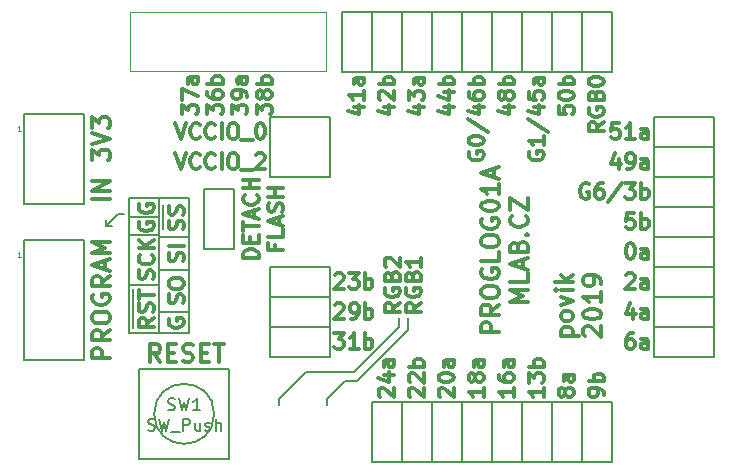
<source format=gbr>
G04 #@! TF.GenerationSoftware,KiCad,Pcbnew,(5.99.0-257-gdf3fabfa2)*
G04 #@! TF.CreationDate,2019-11-06T08:28:15+01:00*
G04 #@! TF.ProjectId,PROGLOG01A,50524f47-4c4f-4473-9031-412e6b696361,REV*
G04 #@! TF.SameCoordinates,Original*
G04 #@! TF.FileFunction,Legend,Top*
G04 #@! TF.FilePolarity,Positive*
%FSLAX46Y46*%
G04 Gerber Fmt 4.6, Leading zero omitted, Abs format (unit mm)*
G04 Created by KiCad (PCBNEW (5.99.0-257-gdf3fabfa2)) date 2019-11-06 08:28:15*
%MOMM*%
%LPD*%
G04 APERTURE LIST*
%ADD10C,0.300000*%
%ADD11C,0.200000*%
%ADD12C,0.120000*%
%ADD13C,0.150000*%
%ADD14C,0.127000*%
%ADD15C,0.050000*%
%ADD16C,0.203200*%
G04 APERTURE END LIST*
D10*
X171916595Y-111294166D02*
X171916595Y-110489404D01*
X172411833Y-110922738D01*
X172411833Y-110737023D01*
X172473738Y-110613214D01*
X172535642Y-110551309D01*
X172659452Y-110489404D01*
X172968976Y-110489404D01*
X173092785Y-110551309D01*
X173154690Y-110613214D01*
X173216595Y-110737023D01*
X173216595Y-111108452D01*
X173154690Y-111232261D01*
X173092785Y-111294166D01*
X171916595Y-110056071D02*
X171916595Y-109189404D01*
X173216595Y-109746547D01*
X173216595Y-108137023D02*
X172535642Y-108137023D01*
X172411833Y-108198928D01*
X172349928Y-108322738D01*
X172349928Y-108570357D01*
X172411833Y-108694166D01*
X173154690Y-108137023D02*
X173216595Y-108260833D01*
X173216595Y-108570357D01*
X173154690Y-108694166D01*
X173030880Y-108756071D01*
X172907071Y-108756071D01*
X172783261Y-108694166D01*
X172721357Y-108570357D01*
X172721357Y-108260833D01*
X172659452Y-108137023D01*
X174009595Y-111294166D02*
X174009595Y-110489404D01*
X174504833Y-110922738D01*
X174504833Y-110737023D01*
X174566738Y-110613214D01*
X174628642Y-110551309D01*
X174752452Y-110489404D01*
X175061976Y-110489404D01*
X175185785Y-110551309D01*
X175247690Y-110613214D01*
X175309595Y-110737023D01*
X175309595Y-111108452D01*
X175247690Y-111232261D01*
X175185785Y-111294166D01*
X174009595Y-109375119D02*
X174009595Y-109622738D01*
X174071500Y-109746547D01*
X174133404Y-109808452D01*
X174319119Y-109932261D01*
X174566738Y-109994166D01*
X175061976Y-109994166D01*
X175185785Y-109932261D01*
X175247690Y-109870357D01*
X175309595Y-109746547D01*
X175309595Y-109498928D01*
X175247690Y-109375119D01*
X175185785Y-109313214D01*
X175061976Y-109251309D01*
X174752452Y-109251309D01*
X174628642Y-109313214D01*
X174566738Y-109375119D01*
X174504833Y-109498928D01*
X174504833Y-109746547D01*
X174566738Y-109870357D01*
X174628642Y-109932261D01*
X174752452Y-109994166D01*
X175309595Y-108694166D02*
X174009595Y-108694166D01*
X174504833Y-108694166D02*
X174442928Y-108570357D01*
X174442928Y-108322738D01*
X174504833Y-108198928D01*
X174566738Y-108137023D01*
X174690547Y-108075119D01*
X175061976Y-108075119D01*
X175185785Y-108137023D01*
X175247690Y-108198928D01*
X175309595Y-108322738D01*
X175309595Y-108570357D01*
X175247690Y-108694166D01*
X176102595Y-111294166D02*
X176102595Y-110489404D01*
X176597833Y-110922738D01*
X176597833Y-110737023D01*
X176659738Y-110613214D01*
X176721642Y-110551309D01*
X176845452Y-110489404D01*
X177154976Y-110489404D01*
X177278785Y-110551309D01*
X177340690Y-110613214D01*
X177402595Y-110737023D01*
X177402595Y-111108452D01*
X177340690Y-111232261D01*
X177278785Y-111294166D01*
X177402595Y-109870357D02*
X177402595Y-109622738D01*
X177340690Y-109498928D01*
X177278785Y-109437023D01*
X177093071Y-109313214D01*
X176845452Y-109251309D01*
X176350214Y-109251309D01*
X176226404Y-109313214D01*
X176164500Y-109375119D01*
X176102595Y-109498928D01*
X176102595Y-109746547D01*
X176164500Y-109870357D01*
X176226404Y-109932261D01*
X176350214Y-109994166D01*
X176659738Y-109994166D01*
X176783547Y-109932261D01*
X176845452Y-109870357D01*
X176907357Y-109746547D01*
X176907357Y-109498928D01*
X176845452Y-109375119D01*
X176783547Y-109313214D01*
X176659738Y-109251309D01*
X177402595Y-108137023D02*
X176721642Y-108137023D01*
X176597833Y-108198928D01*
X176535928Y-108322738D01*
X176535928Y-108570357D01*
X176597833Y-108694166D01*
X177340690Y-108137023D02*
X177402595Y-108260833D01*
X177402595Y-108570357D01*
X177340690Y-108694166D01*
X177216880Y-108756071D01*
X177093071Y-108756071D01*
X176969261Y-108694166D01*
X176907357Y-108570357D01*
X176907357Y-108260833D01*
X176845452Y-108137023D01*
X178195595Y-111294166D02*
X178195595Y-110489404D01*
X178690833Y-110922738D01*
X178690833Y-110737023D01*
X178752738Y-110613214D01*
X178814642Y-110551309D01*
X178938452Y-110489404D01*
X179247976Y-110489404D01*
X179371785Y-110551309D01*
X179433690Y-110613214D01*
X179495595Y-110737023D01*
X179495595Y-111108452D01*
X179433690Y-111232261D01*
X179371785Y-111294166D01*
X178752738Y-109746547D02*
X178690833Y-109870357D01*
X178628928Y-109932261D01*
X178505119Y-109994166D01*
X178443214Y-109994166D01*
X178319404Y-109932261D01*
X178257500Y-109870357D01*
X178195595Y-109746547D01*
X178195595Y-109498928D01*
X178257500Y-109375119D01*
X178319404Y-109313214D01*
X178443214Y-109251309D01*
X178505119Y-109251309D01*
X178628928Y-109313214D01*
X178690833Y-109375119D01*
X178752738Y-109498928D01*
X178752738Y-109746547D01*
X178814642Y-109870357D01*
X178876547Y-109932261D01*
X179000357Y-109994166D01*
X179247976Y-109994166D01*
X179371785Y-109932261D01*
X179433690Y-109870357D01*
X179495595Y-109746547D01*
X179495595Y-109498928D01*
X179433690Y-109375119D01*
X179371785Y-109313214D01*
X179247976Y-109251309D01*
X179000357Y-109251309D01*
X178876547Y-109313214D01*
X178814642Y-109375119D01*
X178752738Y-109498928D01*
X179495595Y-108694166D02*
X178195595Y-108694166D01*
X178690833Y-108694166D02*
X178628928Y-108570357D01*
X178628928Y-108322738D01*
X178690833Y-108198928D01*
X178752738Y-108137023D01*
X178876547Y-108075119D01*
X179247976Y-108075119D01*
X179371785Y-108137023D01*
X179433690Y-108198928D01*
X179495595Y-108322738D01*
X179495595Y-108570357D01*
X179433690Y-108694166D01*
D11*
X166497000Y-119761000D02*
X167005000Y-119761000D01*
X165481000Y-120396000D02*
X165481000Y-120269000D01*
X165481000Y-120777000D02*
X165481000Y-120396000D01*
X165989000Y-120777000D02*
X165481000Y-120777000D01*
X165481000Y-120777000D02*
X165989000Y-120777000D01*
X166497000Y-119761000D02*
X165481000Y-120777000D01*
X172466000Y-118364000D02*
X169926000Y-118364000D01*
X172466000Y-129794000D02*
X172466000Y-118364000D01*
X167386000Y-118364000D02*
X167386000Y-129794000D01*
X169926000Y-118364000D02*
X167386000Y-118364000D01*
X169926000Y-129794000D02*
X169926000Y-118364000D01*
X169926000Y-120015000D02*
X167386000Y-120015000D01*
X169926000Y-121539000D02*
X167386000Y-121539000D01*
X169926000Y-125730000D02*
X167386000Y-125730000D01*
X172466000Y-121666000D02*
X169926000Y-121666000D01*
X172466000Y-124460000D02*
X169926000Y-124460000D01*
X172466000Y-128016000D02*
X169926000Y-128016000D01*
D10*
X165778571Y-131928571D02*
X164278571Y-131928571D01*
X164278571Y-131357142D01*
X164350000Y-131214285D01*
X164421428Y-131142857D01*
X164564285Y-131071428D01*
X164778571Y-131071428D01*
X164921428Y-131142857D01*
X164992857Y-131214285D01*
X165064285Y-131357142D01*
X165064285Y-131928571D01*
X165778571Y-129571428D02*
X165064285Y-130071428D01*
X165778571Y-130428571D02*
X164278571Y-130428571D01*
X164278571Y-129857142D01*
X164350000Y-129714285D01*
X164421428Y-129642857D01*
X164564285Y-129571428D01*
X164778571Y-129571428D01*
X164921428Y-129642857D01*
X164992857Y-129714285D01*
X165064285Y-129857142D01*
X165064285Y-130428571D01*
X164278571Y-128642857D02*
X164278571Y-128357142D01*
X164350000Y-128214285D01*
X164492857Y-128071428D01*
X164778571Y-128000000D01*
X165278571Y-128000000D01*
X165564285Y-128071428D01*
X165707142Y-128214285D01*
X165778571Y-128357142D01*
X165778571Y-128642857D01*
X165707142Y-128785714D01*
X165564285Y-128928571D01*
X165278571Y-129000000D01*
X164778571Y-129000000D01*
X164492857Y-128928571D01*
X164350000Y-128785714D01*
X164278571Y-128642857D01*
X164350000Y-126571428D02*
X164278571Y-126714285D01*
X164278571Y-126928571D01*
X164350000Y-127142857D01*
X164492857Y-127285714D01*
X164635714Y-127357142D01*
X164921428Y-127428571D01*
X165135714Y-127428571D01*
X165421428Y-127357142D01*
X165564285Y-127285714D01*
X165707142Y-127142857D01*
X165778571Y-126928571D01*
X165778571Y-126785714D01*
X165707142Y-126571428D01*
X165635714Y-126500000D01*
X165135714Y-126500000D01*
X165135714Y-126785714D01*
X165778571Y-125000000D02*
X165064285Y-125500000D01*
X165778571Y-125857142D02*
X164278571Y-125857142D01*
X164278571Y-125285714D01*
X164350000Y-125142857D01*
X164421428Y-125071428D01*
X164564285Y-125000000D01*
X164778571Y-125000000D01*
X164921428Y-125071428D01*
X164992857Y-125142857D01*
X165064285Y-125285714D01*
X165064285Y-125857142D01*
X165350000Y-124428571D02*
X165350000Y-123714285D01*
X165778571Y-124571428D02*
X164278571Y-124071428D01*
X165778571Y-123571428D01*
X165778571Y-123071428D02*
X164278571Y-123071428D01*
X165350000Y-122571428D01*
X164278571Y-122071428D01*
X165778571Y-122071428D01*
D11*
X170307000Y-121031000D02*
X170307000Y-118999000D01*
X167767000Y-129413000D02*
X167767000Y-126111000D01*
D10*
X171976190Y-121041571D02*
X172038095Y-120855857D01*
X172038095Y-120546333D01*
X171976190Y-120422523D01*
X171914285Y-120360619D01*
X171790476Y-120298714D01*
X171666666Y-120298714D01*
X171542857Y-120360619D01*
X171480952Y-120422523D01*
X171419047Y-120546333D01*
X171357142Y-120793952D01*
X171295238Y-120917761D01*
X171233333Y-120979666D01*
X171109523Y-121041571D01*
X170985714Y-121041571D01*
X170861904Y-120979666D01*
X170800000Y-120917761D01*
X170738095Y-120793952D01*
X170738095Y-120484428D01*
X170800000Y-120298714D01*
X171976190Y-119803476D02*
X172038095Y-119617761D01*
X172038095Y-119308238D01*
X171976190Y-119184428D01*
X171914285Y-119122523D01*
X171790476Y-119060619D01*
X171666666Y-119060619D01*
X171542857Y-119122523D01*
X171480952Y-119184428D01*
X171419047Y-119308238D01*
X171357142Y-119555857D01*
X171295238Y-119679666D01*
X171233333Y-119741571D01*
X171109523Y-119803476D01*
X170985714Y-119803476D01*
X170861904Y-119741571D01*
X170800000Y-119679666D01*
X170738095Y-119555857D01*
X170738095Y-119246333D01*
X170800000Y-119060619D01*
X170800000Y-128608523D02*
X170738095Y-128732333D01*
X170738095Y-128918047D01*
X170800000Y-129103761D01*
X170923809Y-129227571D01*
X171047619Y-129289476D01*
X171295238Y-129351380D01*
X171480952Y-129351380D01*
X171728571Y-129289476D01*
X171852380Y-129227571D01*
X171976190Y-129103761D01*
X172038095Y-128918047D01*
X172038095Y-128794238D01*
X171976190Y-128608523D01*
X171914285Y-128546619D01*
X171480952Y-128546619D01*
X171480952Y-128794238D01*
X171976190Y-127290380D02*
X172038095Y-127104666D01*
X172038095Y-126795142D01*
X171976190Y-126671333D01*
X171914285Y-126609428D01*
X171790476Y-126547523D01*
X171666666Y-126547523D01*
X171542857Y-126609428D01*
X171480952Y-126671333D01*
X171419047Y-126795142D01*
X171357142Y-127042761D01*
X171295238Y-127166571D01*
X171233333Y-127228476D01*
X171109523Y-127290380D01*
X170985714Y-127290380D01*
X170861904Y-127228476D01*
X170800000Y-127166571D01*
X170738095Y-127042761D01*
X170738095Y-126733238D01*
X170800000Y-126547523D01*
X170738095Y-125742761D02*
X170738095Y-125495142D01*
X170800000Y-125371333D01*
X170923809Y-125247523D01*
X171171428Y-125185619D01*
X171604761Y-125185619D01*
X171852380Y-125247523D01*
X171976190Y-125371333D01*
X172038095Y-125495142D01*
X172038095Y-125742761D01*
X171976190Y-125866571D01*
X171852380Y-125990380D01*
X171604761Y-126052285D01*
X171171428Y-126052285D01*
X170923809Y-125990380D01*
X170800000Y-125866571D01*
X170738095Y-125742761D01*
X168260000Y-118912523D02*
X168198095Y-119036333D01*
X168198095Y-119222047D01*
X168260000Y-119407761D01*
X168383809Y-119531571D01*
X168507619Y-119593476D01*
X168755238Y-119655380D01*
X168940952Y-119655380D01*
X169188571Y-119593476D01*
X169312380Y-119531571D01*
X169436190Y-119407761D01*
X169498095Y-119222047D01*
X169498095Y-119098238D01*
X169436190Y-118912523D01*
X169374285Y-118850619D01*
X168940952Y-118850619D01*
X168940952Y-119098238D01*
X168260000Y-120436523D02*
X168198095Y-120560333D01*
X168198095Y-120746047D01*
X168260000Y-120931761D01*
X168383809Y-121055571D01*
X168507619Y-121117476D01*
X168755238Y-121179380D01*
X168940952Y-121179380D01*
X169188571Y-121117476D01*
X169312380Y-121055571D01*
X169436190Y-120931761D01*
X169498095Y-120746047D01*
X169498095Y-120622238D01*
X169436190Y-120436523D01*
X169374285Y-120374619D01*
X168940952Y-120374619D01*
X168940952Y-120622238D01*
X169498095Y-128546619D02*
X168879047Y-128979952D01*
X169498095Y-129289476D02*
X168198095Y-129289476D01*
X168198095Y-128794238D01*
X168260000Y-128670428D01*
X168321904Y-128608523D01*
X168445714Y-128546619D01*
X168631428Y-128546619D01*
X168755238Y-128608523D01*
X168817142Y-128670428D01*
X168879047Y-128794238D01*
X168879047Y-129289476D01*
X169436190Y-128051380D02*
X169498095Y-127865666D01*
X169498095Y-127556142D01*
X169436190Y-127432333D01*
X169374285Y-127370428D01*
X169250476Y-127308523D01*
X169126666Y-127308523D01*
X169002857Y-127370428D01*
X168940952Y-127432333D01*
X168879047Y-127556142D01*
X168817142Y-127803761D01*
X168755238Y-127927571D01*
X168693333Y-127989476D01*
X168569523Y-128051380D01*
X168445714Y-128051380D01*
X168321904Y-127989476D01*
X168260000Y-127927571D01*
X168198095Y-127803761D01*
X168198095Y-127494238D01*
X168260000Y-127308523D01*
X168198095Y-126937095D02*
X168198095Y-126194238D01*
X169498095Y-126565666D02*
X168198095Y-126565666D01*
X171976190Y-123743952D02*
X172038095Y-123558238D01*
X172038095Y-123248714D01*
X171976190Y-123124904D01*
X171914285Y-123063000D01*
X171790476Y-123001095D01*
X171666666Y-123001095D01*
X171542857Y-123063000D01*
X171480952Y-123124904D01*
X171419047Y-123248714D01*
X171357142Y-123496333D01*
X171295238Y-123620142D01*
X171233333Y-123682047D01*
X171109523Y-123743952D01*
X170985714Y-123743952D01*
X170861904Y-123682047D01*
X170800000Y-123620142D01*
X170738095Y-123496333D01*
X170738095Y-123186809D01*
X170800000Y-123001095D01*
X172038095Y-122443952D02*
X170738095Y-122443952D01*
X169436190Y-125242428D02*
X169498095Y-125056714D01*
X169498095Y-124747190D01*
X169436190Y-124623380D01*
X169374285Y-124561476D01*
X169250476Y-124499571D01*
X169126666Y-124499571D01*
X169002857Y-124561476D01*
X168940952Y-124623380D01*
X168879047Y-124747190D01*
X168817142Y-124994809D01*
X168755238Y-125118619D01*
X168693333Y-125180523D01*
X168569523Y-125242428D01*
X168445714Y-125242428D01*
X168321904Y-125180523D01*
X168260000Y-125118619D01*
X168198095Y-124994809D01*
X168198095Y-124685285D01*
X168260000Y-124499571D01*
X169374285Y-123199571D02*
X169436190Y-123261476D01*
X169498095Y-123447190D01*
X169498095Y-123571000D01*
X169436190Y-123756714D01*
X169312380Y-123880523D01*
X169188571Y-123942428D01*
X168940952Y-124004333D01*
X168755238Y-124004333D01*
X168507619Y-123942428D01*
X168383809Y-123880523D01*
X168260000Y-123756714D01*
X168198095Y-123571000D01*
X168198095Y-123447190D01*
X168260000Y-123261476D01*
X168321904Y-123199571D01*
X169498095Y-122642428D02*
X168198095Y-122642428D01*
X169498095Y-121899571D02*
X168755238Y-122456714D01*
X168198095Y-121899571D02*
X168940952Y-122642428D01*
D11*
X167386000Y-129794000D02*
X172466000Y-129794000D01*
D10*
X184846619Y-124887904D02*
X184908523Y-124826000D01*
X185032333Y-124764095D01*
X185341857Y-124764095D01*
X185465666Y-124826000D01*
X185527571Y-124887904D01*
X185589476Y-125011714D01*
X185589476Y-125135523D01*
X185527571Y-125321238D01*
X184784714Y-126064095D01*
X185589476Y-126064095D01*
X186022809Y-124764095D02*
X186827571Y-124764095D01*
X186394238Y-125259333D01*
X186579952Y-125259333D01*
X186703761Y-125321238D01*
X186765666Y-125383142D01*
X186827571Y-125506952D01*
X186827571Y-125816476D01*
X186765666Y-125940285D01*
X186703761Y-126002190D01*
X186579952Y-126064095D01*
X186208523Y-126064095D01*
X186084714Y-126002190D01*
X186022809Y-125940285D01*
X187384714Y-126064095D02*
X187384714Y-124764095D01*
X187384714Y-125259333D02*
X187508523Y-125197428D01*
X187756142Y-125197428D01*
X187879952Y-125259333D01*
X187941857Y-125321238D01*
X188003761Y-125445047D01*
X188003761Y-125816476D01*
X187941857Y-125940285D01*
X187879952Y-126002190D01*
X187756142Y-126064095D01*
X187508523Y-126064095D01*
X187384714Y-126002190D01*
D11*
X191008000Y-129540000D02*
X191008000Y-128524000D01*
X186690000Y-133858000D02*
X191008000Y-129540000D01*
X185674000Y-133858000D02*
X186690000Y-133858000D01*
X186436000Y-133096000D02*
X190246000Y-129286000D01*
X184150000Y-135382000D02*
X184150000Y-135890000D01*
X185674000Y-133858000D02*
X184150000Y-135382000D01*
X180086000Y-135382000D02*
X180086000Y-135890000D01*
X182372000Y-133096000D02*
X180086000Y-135382000D01*
X182626000Y-133096000D02*
X182372000Y-133096000D01*
X186182000Y-133096000D02*
X186436000Y-133096000D01*
X182626000Y-133096000D02*
X186182000Y-133096000D01*
X190246000Y-129286000D02*
X190246000Y-128524000D01*
D10*
X165778571Y-118490571D02*
X164278571Y-118490571D01*
X165778571Y-117776285D02*
X164278571Y-117776285D01*
X165778571Y-116919142D01*
X164278571Y-116919142D01*
X164278571Y-115204857D02*
X164278571Y-114276285D01*
X164850000Y-114776285D01*
X164850000Y-114562000D01*
X164921428Y-114419142D01*
X164992857Y-114347714D01*
X165135714Y-114276285D01*
X165492857Y-114276285D01*
X165635714Y-114347714D01*
X165707142Y-114419142D01*
X165778571Y-114562000D01*
X165778571Y-114990571D01*
X165707142Y-115133428D01*
X165635714Y-115204857D01*
X164278571Y-113847714D02*
X165778571Y-113347714D01*
X164278571Y-112847714D01*
X164278571Y-112490571D02*
X164278571Y-111562000D01*
X164850000Y-112062000D01*
X164850000Y-111847714D01*
X164921428Y-111704857D01*
X164992857Y-111633428D01*
X165135714Y-111562000D01*
X165492857Y-111562000D01*
X165635714Y-111633428D01*
X165707142Y-111704857D01*
X165778571Y-111847714D01*
X165778571Y-112276285D01*
X165707142Y-112419142D01*
X165635714Y-112490571D01*
X198734071Y-129765357D02*
X197234071Y-129765357D01*
X197234071Y-129193928D01*
X197305500Y-129051071D01*
X197376928Y-128979642D01*
X197519785Y-128908214D01*
X197734071Y-128908214D01*
X197876928Y-128979642D01*
X197948357Y-129051071D01*
X198019785Y-129193928D01*
X198019785Y-129765357D01*
X198734071Y-127408214D02*
X198019785Y-127908214D01*
X198734071Y-128265357D02*
X197234071Y-128265357D01*
X197234071Y-127693928D01*
X197305500Y-127551071D01*
X197376928Y-127479642D01*
X197519785Y-127408214D01*
X197734071Y-127408214D01*
X197876928Y-127479642D01*
X197948357Y-127551071D01*
X198019785Y-127693928D01*
X198019785Y-128265357D01*
X197234071Y-126479642D02*
X197234071Y-126193928D01*
X197305500Y-126051071D01*
X197448357Y-125908214D01*
X197734071Y-125836785D01*
X198234071Y-125836785D01*
X198519785Y-125908214D01*
X198662642Y-126051071D01*
X198734071Y-126193928D01*
X198734071Y-126479642D01*
X198662642Y-126622500D01*
X198519785Y-126765357D01*
X198234071Y-126836785D01*
X197734071Y-126836785D01*
X197448357Y-126765357D01*
X197305500Y-126622500D01*
X197234071Y-126479642D01*
X197305500Y-124408214D02*
X197234071Y-124551071D01*
X197234071Y-124765357D01*
X197305500Y-124979642D01*
X197448357Y-125122500D01*
X197591214Y-125193928D01*
X197876928Y-125265357D01*
X198091214Y-125265357D01*
X198376928Y-125193928D01*
X198519785Y-125122500D01*
X198662642Y-124979642D01*
X198734071Y-124765357D01*
X198734071Y-124622500D01*
X198662642Y-124408214D01*
X198591214Y-124336785D01*
X198091214Y-124336785D01*
X198091214Y-124622500D01*
X198734071Y-122979642D02*
X198734071Y-123693928D01*
X197234071Y-123693928D01*
X197234071Y-122193928D02*
X197234071Y-121908214D01*
X197305500Y-121765357D01*
X197448357Y-121622500D01*
X197734071Y-121551071D01*
X198234071Y-121551071D01*
X198519785Y-121622500D01*
X198662642Y-121765357D01*
X198734071Y-121908214D01*
X198734071Y-122193928D01*
X198662642Y-122336785D01*
X198519785Y-122479642D01*
X198234071Y-122551071D01*
X197734071Y-122551071D01*
X197448357Y-122479642D01*
X197305500Y-122336785D01*
X197234071Y-122193928D01*
X197305500Y-120122500D02*
X197234071Y-120265357D01*
X197234071Y-120479642D01*
X197305500Y-120693928D01*
X197448357Y-120836785D01*
X197591214Y-120908214D01*
X197876928Y-120979642D01*
X198091214Y-120979642D01*
X198376928Y-120908214D01*
X198519785Y-120836785D01*
X198662642Y-120693928D01*
X198734071Y-120479642D01*
X198734071Y-120336785D01*
X198662642Y-120122500D01*
X198591214Y-120051071D01*
X198091214Y-120051071D01*
X198091214Y-120336785D01*
X197234071Y-119122500D02*
X197234071Y-118979642D01*
X197305500Y-118836785D01*
X197376928Y-118765357D01*
X197519785Y-118693928D01*
X197805500Y-118622500D01*
X198162642Y-118622500D01*
X198448357Y-118693928D01*
X198591214Y-118765357D01*
X198662642Y-118836785D01*
X198734071Y-118979642D01*
X198734071Y-119122500D01*
X198662642Y-119265357D01*
X198591214Y-119336785D01*
X198448357Y-119408214D01*
X198162642Y-119479642D01*
X197805500Y-119479642D01*
X197519785Y-119408214D01*
X197376928Y-119336785D01*
X197305500Y-119265357D01*
X197234071Y-119122500D01*
X198734071Y-117193928D02*
X198734071Y-118051071D01*
X198734071Y-117622500D02*
X197234071Y-117622500D01*
X197448357Y-117765357D01*
X197591214Y-117908214D01*
X197662642Y-118051071D01*
X198305500Y-116622500D02*
X198305500Y-115908214D01*
X198734071Y-116765357D02*
X197234071Y-116265357D01*
X198734071Y-115765357D01*
X201149071Y-127193928D02*
X199649071Y-127193928D01*
X200720500Y-126693928D01*
X199649071Y-126193928D01*
X201149071Y-126193928D01*
X201149071Y-124765357D02*
X201149071Y-125479642D01*
X199649071Y-125479642D01*
X200720500Y-124336785D02*
X200720500Y-123622500D01*
X201149071Y-124479642D02*
X199649071Y-123979642D01*
X201149071Y-123479642D01*
X200363357Y-122479642D02*
X200434785Y-122265357D01*
X200506214Y-122193928D01*
X200649071Y-122122500D01*
X200863357Y-122122500D01*
X201006214Y-122193928D01*
X201077642Y-122265357D01*
X201149071Y-122408214D01*
X201149071Y-122979642D01*
X199649071Y-122979642D01*
X199649071Y-122479642D01*
X199720500Y-122336785D01*
X199791928Y-122265357D01*
X199934785Y-122193928D01*
X200077642Y-122193928D01*
X200220500Y-122265357D01*
X200291928Y-122336785D01*
X200363357Y-122479642D01*
X200363357Y-122979642D01*
X201006214Y-121479642D02*
X201077642Y-121408214D01*
X201149071Y-121479642D01*
X201077642Y-121551071D01*
X201006214Y-121479642D01*
X201149071Y-121479642D01*
X201006214Y-119908214D02*
X201077642Y-119979642D01*
X201149071Y-120193928D01*
X201149071Y-120336785D01*
X201077642Y-120551071D01*
X200934785Y-120693928D01*
X200791928Y-120765357D01*
X200506214Y-120836785D01*
X200291928Y-120836785D01*
X200006214Y-120765357D01*
X199863357Y-120693928D01*
X199720500Y-120551071D01*
X199649071Y-120336785D01*
X199649071Y-120193928D01*
X199720500Y-119979642D01*
X199791928Y-119908214D01*
X199649071Y-119408214D02*
X199649071Y-118408214D01*
X201149071Y-119408214D01*
X201149071Y-118408214D01*
X203957071Y-130043714D02*
X205457071Y-130043714D01*
X204028500Y-130043714D02*
X203957071Y-129900857D01*
X203957071Y-129615142D01*
X204028500Y-129472285D01*
X204099928Y-129400857D01*
X204242785Y-129329428D01*
X204671357Y-129329428D01*
X204814214Y-129400857D01*
X204885642Y-129472285D01*
X204957071Y-129615142D01*
X204957071Y-129900857D01*
X204885642Y-130043714D01*
X204957071Y-128472285D02*
X204885642Y-128615142D01*
X204814214Y-128686571D01*
X204671357Y-128758000D01*
X204242785Y-128758000D01*
X204099928Y-128686571D01*
X204028500Y-128615142D01*
X203957071Y-128472285D01*
X203957071Y-128258000D01*
X204028500Y-128115142D01*
X204099928Y-128043714D01*
X204242785Y-127972285D01*
X204671357Y-127972285D01*
X204814214Y-128043714D01*
X204885642Y-128115142D01*
X204957071Y-128258000D01*
X204957071Y-128472285D01*
X203957071Y-127472285D02*
X204957071Y-127115142D01*
X203957071Y-126758000D01*
X204957071Y-126186571D02*
X203957071Y-126186571D01*
X203457071Y-126186571D02*
X203528500Y-126258000D01*
X203599928Y-126186571D01*
X203528500Y-126115142D01*
X203457071Y-126186571D01*
X203599928Y-126186571D01*
X204957071Y-125472285D02*
X203457071Y-125472285D01*
X204385642Y-125329428D02*
X204957071Y-124900857D01*
X203957071Y-124900857D02*
X204528500Y-125472285D01*
X206014928Y-130079428D02*
X205943500Y-130008000D01*
X205872071Y-129865142D01*
X205872071Y-129508000D01*
X205943500Y-129365142D01*
X206014928Y-129293714D01*
X206157785Y-129222285D01*
X206300642Y-129222285D01*
X206514928Y-129293714D01*
X207372071Y-130150857D01*
X207372071Y-129222285D01*
X205872071Y-128293714D02*
X205872071Y-128150857D01*
X205943500Y-128008000D01*
X206014928Y-127936571D01*
X206157785Y-127865142D01*
X206443500Y-127793714D01*
X206800642Y-127793714D01*
X207086357Y-127865142D01*
X207229214Y-127936571D01*
X207300642Y-128008000D01*
X207372071Y-128150857D01*
X207372071Y-128293714D01*
X207300642Y-128436571D01*
X207229214Y-128508000D01*
X207086357Y-128579428D01*
X206800642Y-128650857D01*
X206443500Y-128650857D01*
X206157785Y-128579428D01*
X206014928Y-128508000D01*
X205943500Y-128436571D01*
X205872071Y-128293714D01*
X207372071Y-126365142D02*
X207372071Y-127222285D01*
X207372071Y-126793714D02*
X205872071Y-126793714D01*
X206086357Y-126936571D01*
X206229214Y-127079428D01*
X206300642Y-127222285D01*
X207372071Y-125650857D02*
X207372071Y-125365142D01*
X207300642Y-125222285D01*
X207229214Y-125150857D01*
X207014928Y-125008000D01*
X206729214Y-124936571D01*
X206157785Y-124936571D01*
X206014928Y-125008000D01*
X205943500Y-125079428D01*
X205872071Y-125222285D01*
X205872071Y-125508000D01*
X205943500Y-125650857D01*
X206014928Y-125722285D01*
X206157785Y-125793714D01*
X206514928Y-125793714D01*
X206657785Y-125722285D01*
X206729214Y-125650857D01*
X206800642Y-125508000D01*
X206800642Y-125222285D01*
X206729214Y-125079428D01*
X206657785Y-125008000D01*
X206514928Y-124936571D01*
X190326095Y-127276619D02*
X189707047Y-127709952D01*
X190326095Y-128019476D02*
X189026095Y-128019476D01*
X189026095Y-127524238D01*
X189088000Y-127400428D01*
X189149904Y-127338523D01*
X189273714Y-127276619D01*
X189459428Y-127276619D01*
X189583238Y-127338523D01*
X189645142Y-127400428D01*
X189707047Y-127524238D01*
X189707047Y-128019476D01*
X189088000Y-126038523D02*
X189026095Y-126162333D01*
X189026095Y-126348047D01*
X189088000Y-126533761D01*
X189211809Y-126657571D01*
X189335619Y-126719476D01*
X189583238Y-126781380D01*
X189768952Y-126781380D01*
X190016571Y-126719476D01*
X190140380Y-126657571D01*
X190264190Y-126533761D01*
X190326095Y-126348047D01*
X190326095Y-126224238D01*
X190264190Y-126038523D01*
X190202285Y-125976619D01*
X189768952Y-125976619D01*
X189768952Y-126224238D01*
X189645142Y-124986142D02*
X189707047Y-124800428D01*
X189768952Y-124738523D01*
X189892761Y-124676619D01*
X190078476Y-124676619D01*
X190202285Y-124738523D01*
X190264190Y-124800428D01*
X190326095Y-124924238D01*
X190326095Y-125419476D01*
X189026095Y-125419476D01*
X189026095Y-124986142D01*
X189088000Y-124862333D01*
X189149904Y-124800428D01*
X189273714Y-124738523D01*
X189397523Y-124738523D01*
X189521333Y-124800428D01*
X189583238Y-124862333D01*
X189645142Y-124986142D01*
X189645142Y-125419476D01*
X189149904Y-124181380D02*
X189088000Y-124119476D01*
X189026095Y-123995666D01*
X189026095Y-123686142D01*
X189088000Y-123562333D01*
X189149904Y-123500428D01*
X189273714Y-123438523D01*
X189397523Y-123438523D01*
X189583238Y-123500428D01*
X190326095Y-124243285D01*
X190326095Y-123438523D01*
X192104095Y-127276619D02*
X191485047Y-127709952D01*
X192104095Y-128019476D02*
X190804095Y-128019476D01*
X190804095Y-127524238D01*
X190866000Y-127400428D01*
X190927904Y-127338523D01*
X191051714Y-127276619D01*
X191237428Y-127276619D01*
X191361238Y-127338523D01*
X191423142Y-127400428D01*
X191485047Y-127524238D01*
X191485047Y-128019476D01*
X190866000Y-126038523D02*
X190804095Y-126162333D01*
X190804095Y-126348047D01*
X190866000Y-126533761D01*
X190989809Y-126657571D01*
X191113619Y-126719476D01*
X191361238Y-126781380D01*
X191546952Y-126781380D01*
X191794571Y-126719476D01*
X191918380Y-126657571D01*
X192042190Y-126533761D01*
X192104095Y-126348047D01*
X192104095Y-126224238D01*
X192042190Y-126038523D01*
X191980285Y-125976619D01*
X191546952Y-125976619D01*
X191546952Y-126224238D01*
X191423142Y-124986142D02*
X191485047Y-124800428D01*
X191546952Y-124738523D01*
X191670761Y-124676619D01*
X191856476Y-124676619D01*
X191980285Y-124738523D01*
X192042190Y-124800428D01*
X192104095Y-124924238D01*
X192104095Y-125419476D01*
X190804095Y-125419476D01*
X190804095Y-124986142D01*
X190866000Y-124862333D01*
X190927904Y-124800428D01*
X191051714Y-124738523D01*
X191175523Y-124738523D01*
X191299333Y-124800428D01*
X191361238Y-124862333D01*
X191423142Y-124986142D01*
X191423142Y-125419476D01*
X192104095Y-123438523D02*
X192104095Y-124181380D01*
X192104095Y-123809952D02*
X190804095Y-123809952D01*
X190989809Y-123933761D01*
X191113619Y-124057571D01*
X191175523Y-124181380D01*
X170033428Y-132250571D02*
X169533428Y-131536285D01*
X169176285Y-132250571D02*
X169176285Y-130750571D01*
X169747714Y-130750571D01*
X169890571Y-130822000D01*
X169962000Y-130893428D01*
X170033428Y-131036285D01*
X170033428Y-131250571D01*
X169962000Y-131393428D01*
X169890571Y-131464857D01*
X169747714Y-131536285D01*
X169176285Y-131536285D01*
X170676285Y-131464857D02*
X171176285Y-131464857D01*
X171390571Y-132250571D02*
X170676285Y-132250571D01*
X170676285Y-130750571D01*
X171390571Y-130750571D01*
X171962000Y-132179142D02*
X172176285Y-132250571D01*
X172533428Y-132250571D01*
X172676285Y-132179142D01*
X172747714Y-132107714D01*
X172819142Y-131964857D01*
X172819142Y-131822000D01*
X172747714Y-131679142D01*
X172676285Y-131607714D01*
X172533428Y-131536285D01*
X172247714Y-131464857D01*
X172104857Y-131393428D01*
X172033428Y-131322000D01*
X171962000Y-131179142D01*
X171962000Y-131036285D01*
X172033428Y-130893428D01*
X172104857Y-130822000D01*
X172247714Y-130750571D01*
X172604857Y-130750571D01*
X172819142Y-130822000D01*
X173462000Y-131464857D02*
X173962000Y-131464857D01*
X174176285Y-132250571D02*
X173462000Y-132250571D01*
X173462000Y-130750571D01*
X174176285Y-130750571D01*
X174604857Y-130750571D02*
X175462000Y-130750571D01*
X175033428Y-132250571D02*
X175033428Y-130750571D01*
X178357595Y-123453904D02*
X177057595Y-123453904D01*
X177057595Y-123144380D01*
X177119500Y-122958666D01*
X177243309Y-122834857D01*
X177367119Y-122772952D01*
X177614738Y-122711047D01*
X177800452Y-122711047D01*
X178048071Y-122772952D01*
X178171880Y-122834857D01*
X178295690Y-122958666D01*
X178357595Y-123144380D01*
X178357595Y-123453904D01*
X177676642Y-122153904D02*
X177676642Y-121720571D01*
X178357595Y-121534857D02*
X178357595Y-122153904D01*
X177057595Y-122153904D01*
X177057595Y-121534857D01*
X177057595Y-121163428D02*
X177057595Y-120420571D01*
X178357595Y-120792000D02*
X177057595Y-120792000D01*
X177986166Y-120049142D02*
X177986166Y-119430095D01*
X178357595Y-120172952D02*
X177057595Y-119739619D01*
X178357595Y-119306285D01*
X178233785Y-118130095D02*
X178295690Y-118192000D01*
X178357595Y-118377714D01*
X178357595Y-118501523D01*
X178295690Y-118687238D01*
X178171880Y-118811047D01*
X178048071Y-118872952D01*
X177800452Y-118934857D01*
X177614738Y-118934857D01*
X177367119Y-118872952D01*
X177243309Y-118811047D01*
X177119500Y-118687238D01*
X177057595Y-118501523D01*
X177057595Y-118377714D01*
X177119500Y-118192000D01*
X177181404Y-118130095D01*
X178357595Y-117572952D02*
X177057595Y-117572952D01*
X177676642Y-117572952D02*
X177676642Y-116830095D01*
X178357595Y-116830095D02*
X177057595Y-116830095D01*
X179769642Y-122339619D02*
X179769642Y-122772952D01*
X180450595Y-122772952D02*
X179150595Y-122772952D01*
X179150595Y-122153904D01*
X180450595Y-121039619D02*
X180450595Y-121658666D01*
X179150595Y-121658666D01*
X180079166Y-120668190D02*
X180079166Y-120049142D01*
X180450595Y-120792000D02*
X179150595Y-120358666D01*
X180450595Y-119925333D01*
X180388690Y-119553904D02*
X180450595Y-119368190D01*
X180450595Y-119058666D01*
X180388690Y-118934857D01*
X180326785Y-118872952D01*
X180202976Y-118811047D01*
X180079166Y-118811047D01*
X179955357Y-118872952D01*
X179893452Y-118934857D01*
X179831547Y-119058666D01*
X179769642Y-119306285D01*
X179707738Y-119430095D01*
X179645833Y-119492000D01*
X179522023Y-119553904D01*
X179398214Y-119553904D01*
X179274404Y-119492000D01*
X179212500Y-119430095D01*
X179150595Y-119306285D01*
X179150595Y-118996761D01*
X179212500Y-118811047D01*
X180450595Y-118253904D02*
X179150595Y-118253904D01*
X179769642Y-118253904D02*
X179769642Y-117511047D01*
X180450595Y-117511047D02*
X179150595Y-117511047D01*
X171329000Y-114604095D02*
X171762333Y-115904095D01*
X172195666Y-114604095D01*
X173371857Y-115780285D02*
X173309952Y-115842190D01*
X173124238Y-115904095D01*
X173000428Y-115904095D01*
X172814714Y-115842190D01*
X172690904Y-115718380D01*
X172629000Y-115594571D01*
X172567095Y-115346952D01*
X172567095Y-115161238D01*
X172629000Y-114913619D01*
X172690904Y-114789809D01*
X172814714Y-114666000D01*
X173000428Y-114604095D01*
X173124238Y-114604095D01*
X173309952Y-114666000D01*
X173371857Y-114727904D01*
X174671857Y-115780285D02*
X174609952Y-115842190D01*
X174424238Y-115904095D01*
X174300428Y-115904095D01*
X174114714Y-115842190D01*
X173990904Y-115718380D01*
X173929000Y-115594571D01*
X173867095Y-115346952D01*
X173867095Y-115161238D01*
X173929000Y-114913619D01*
X173990904Y-114789809D01*
X174114714Y-114666000D01*
X174300428Y-114604095D01*
X174424238Y-114604095D01*
X174609952Y-114666000D01*
X174671857Y-114727904D01*
X175229000Y-115904095D02*
X175229000Y-114604095D01*
X176095666Y-114604095D02*
X176343285Y-114604095D01*
X176467095Y-114666000D01*
X176590904Y-114789809D01*
X176652809Y-115037428D01*
X176652809Y-115470761D01*
X176590904Y-115718380D01*
X176467095Y-115842190D01*
X176343285Y-115904095D01*
X176095666Y-115904095D01*
X175971857Y-115842190D01*
X175848047Y-115718380D01*
X175786142Y-115470761D01*
X175786142Y-115037428D01*
X175848047Y-114789809D01*
X175971857Y-114666000D01*
X176095666Y-114604095D01*
X176900428Y-116027904D02*
X177890904Y-116027904D01*
X178138523Y-114727904D02*
X178200428Y-114666000D01*
X178324238Y-114604095D01*
X178633761Y-114604095D01*
X178757571Y-114666000D01*
X178819476Y-114727904D01*
X178881380Y-114851714D01*
X178881380Y-114975523D01*
X178819476Y-115161238D01*
X178076619Y-115904095D01*
X178881380Y-115904095D01*
X171329000Y-112064095D02*
X171762333Y-113364095D01*
X172195666Y-112064095D01*
X173371857Y-113240285D02*
X173309952Y-113302190D01*
X173124238Y-113364095D01*
X173000428Y-113364095D01*
X172814714Y-113302190D01*
X172690904Y-113178380D01*
X172629000Y-113054571D01*
X172567095Y-112806952D01*
X172567095Y-112621238D01*
X172629000Y-112373619D01*
X172690904Y-112249809D01*
X172814714Y-112126000D01*
X173000428Y-112064095D01*
X173124238Y-112064095D01*
X173309952Y-112126000D01*
X173371857Y-112187904D01*
X174671857Y-113240285D02*
X174609952Y-113302190D01*
X174424238Y-113364095D01*
X174300428Y-113364095D01*
X174114714Y-113302190D01*
X173990904Y-113178380D01*
X173929000Y-113054571D01*
X173867095Y-112806952D01*
X173867095Y-112621238D01*
X173929000Y-112373619D01*
X173990904Y-112249809D01*
X174114714Y-112126000D01*
X174300428Y-112064095D01*
X174424238Y-112064095D01*
X174609952Y-112126000D01*
X174671857Y-112187904D01*
X175229000Y-113364095D02*
X175229000Y-112064095D01*
X176095666Y-112064095D02*
X176343285Y-112064095D01*
X176467095Y-112126000D01*
X176590904Y-112249809D01*
X176652809Y-112497428D01*
X176652809Y-112930761D01*
X176590904Y-113178380D01*
X176467095Y-113302190D01*
X176343285Y-113364095D01*
X176095666Y-113364095D01*
X175971857Y-113302190D01*
X175848047Y-113178380D01*
X175786142Y-112930761D01*
X175786142Y-112497428D01*
X175848047Y-112249809D01*
X175971857Y-112126000D01*
X176095666Y-112064095D01*
X176900428Y-113487904D02*
X177890904Y-113487904D01*
X178448047Y-112064095D02*
X178571857Y-112064095D01*
X178695666Y-112126000D01*
X178757571Y-112187904D01*
X178819476Y-112311714D01*
X178881380Y-112559333D01*
X178881380Y-112868857D01*
X178819476Y-113116476D01*
X178757571Y-113240285D01*
X178695666Y-113302190D01*
X178571857Y-113364095D01*
X178448047Y-113364095D01*
X178324238Y-113302190D01*
X178262333Y-113240285D01*
X178200428Y-113116476D01*
X178138523Y-112868857D01*
X178138523Y-112559333D01*
X178200428Y-112311714D01*
X178262333Y-112187904D01*
X178324238Y-112126000D01*
X178448047Y-112064095D01*
X184784714Y-129844095D02*
X185589476Y-129844095D01*
X185156142Y-130339333D01*
X185341857Y-130339333D01*
X185465666Y-130401238D01*
X185527571Y-130463142D01*
X185589476Y-130586952D01*
X185589476Y-130896476D01*
X185527571Y-131020285D01*
X185465666Y-131082190D01*
X185341857Y-131144095D01*
X184970428Y-131144095D01*
X184846619Y-131082190D01*
X184784714Y-131020285D01*
X186827571Y-131144095D02*
X186084714Y-131144095D01*
X186456142Y-131144095D02*
X186456142Y-129844095D01*
X186332333Y-130029809D01*
X186208523Y-130153619D01*
X186084714Y-130215523D01*
X187384714Y-131144095D02*
X187384714Y-129844095D01*
X187384714Y-130339333D02*
X187508523Y-130277428D01*
X187756142Y-130277428D01*
X187879952Y-130339333D01*
X187941857Y-130401238D01*
X188003761Y-130525047D01*
X188003761Y-130896476D01*
X187941857Y-131020285D01*
X187879952Y-131082190D01*
X187756142Y-131144095D01*
X187508523Y-131144095D01*
X187384714Y-131082190D01*
X184846619Y-127427904D02*
X184908523Y-127366000D01*
X185032333Y-127304095D01*
X185341857Y-127304095D01*
X185465666Y-127366000D01*
X185527571Y-127427904D01*
X185589476Y-127551714D01*
X185589476Y-127675523D01*
X185527571Y-127861238D01*
X184784714Y-128604095D01*
X185589476Y-128604095D01*
X186208523Y-128604095D02*
X186456142Y-128604095D01*
X186579952Y-128542190D01*
X186641857Y-128480285D01*
X186765666Y-128294571D01*
X186827571Y-128046952D01*
X186827571Y-127551714D01*
X186765666Y-127427904D01*
X186703761Y-127366000D01*
X186579952Y-127304095D01*
X186332333Y-127304095D01*
X186208523Y-127366000D01*
X186146619Y-127427904D01*
X186084714Y-127551714D01*
X186084714Y-127861238D01*
X186146619Y-127985047D01*
X186208523Y-128046952D01*
X186332333Y-128108857D01*
X186579952Y-128108857D01*
X186703761Y-128046952D01*
X186765666Y-127985047D01*
X186827571Y-127861238D01*
X187384714Y-128604095D02*
X187384714Y-127304095D01*
X187384714Y-127799333D02*
X187508523Y-127737428D01*
X187756142Y-127737428D01*
X187879952Y-127799333D01*
X187941857Y-127861238D01*
X188003761Y-127985047D01*
X188003761Y-128356476D01*
X187941857Y-128480285D01*
X187879952Y-128542190D01*
X187756142Y-128604095D01*
X187508523Y-128604095D01*
X187384714Y-128542190D01*
X210093380Y-129844095D02*
X209845761Y-129844095D01*
X209721952Y-129906000D01*
X209660047Y-129967904D01*
X209536238Y-130153619D01*
X209474333Y-130401238D01*
X209474333Y-130896476D01*
X209536238Y-131020285D01*
X209598142Y-131082190D01*
X209721952Y-131144095D01*
X209969571Y-131144095D01*
X210093380Y-131082190D01*
X210155285Y-131020285D01*
X210217190Y-130896476D01*
X210217190Y-130586952D01*
X210155285Y-130463142D01*
X210093380Y-130401238D01*
X209969571Y-130339333D01*
X209721952Y-130339333D01*
X209598142Y-130401238D01*
X209536238Y-130463142D01*
X209474333Y-130586952D01*
X211331476Y-131144095D02*
X211331476Y-130463142D01*
X211269571Y-130339333D01*
X211145761Y-130277428D01*
X210898142Y-130277428D01*
X210774333Y-130339333D01*
X211331476Y-131082190D02*
X211207666Y-131144095D01*
X210898142Y-131144095D01*
X210774333Y-131082190D01*
X210712428Y-130958380D01*
X210712428Y-130834571D01*
X210774333Y-130710761D01*
X210898142Y-130648857D01*
X211207666Y-130648857D01*
X211331476Y-130586952D01*
X210093380Y-127737428D02*
X210093380Y-128604095D01*
X209783857Y-127242190D02*
X209474333Y-128170761D01*
X210279095Y-128170761D01*
X211331476Y-128604095D02*
X211331476Y-127923142D01*
X211269571Y-127799333D01*
X211145761Y-127737428D01*
X210898142Y-127737428D01*
X210774333Y-127799333D01*
X211331476Y-128542190D02*
X211207666Y-128604095D01*
X210898142Y-128604095D01*
X210774333Y-128542190D01*
X210712428Y-128418380D01*
X210712428Y-128294571D01*
X210774333Y-128170761D01*
X210898142Y-128108857D01*
X211207666Y-128108857D01*
X211331476Y-128046952D01*
X209474333Y-124887904D02*
X209536238Y-124826000D01*
X209660047Y-124764095D01*
X209969571Y-124764095D01*
X210093380Y-124826000D01*
X210155285Y-124887904D01*
X210217190Y-125011714D01*
X210217190Y-125135523D01*
X210155285Y-125321238D01*
X209412428Y-126064095D01*
X210217190Y-126064095D01*
X211331476Y-126064095D02*
X211331476Y-125383142D01*
X211269571Y-125259333D01*
X211145761Y-125197428D01*
X210898142Y-125197428D01*
X210774333Y-125259333D01*
X211331476Y-126002190D02*
X211207666Y-126064095D01*
X210898142Y-126064095D01*
X210774333Y-126002190D01*
X210712428Y-125878380D01*
X210712428Y-125754571D01*
X210774333Y-125630761D01*
X210898142Y-125568857D01*
X211207666Y-125568857D01*
X211331476Y-125506952D01*
X209783857Y-122224095D02*
X209907666Y-122224095D01*
X210031476Y-122286000D01*
X210093380Y-122347904D01*
X210155285Y-122471714D01*
X210217190Y-122719333D01*
X210217190Y-123028857D01*
X210155285Y-123276476D01*
X210093380Y-123400285D01*
X210031476Y-123462190D01*
X209907666Y-123524095D01*
X209783857Y-123524095D01*
X209660047Y-123462190D01*
X209598142Y-123400285D01*
X209536238Y-123276476D01*
X209474333Y-123028857D01*
X209474333Y-122719333D01*
X209536238Y-122471714D01*
X209598142Y-122347904D01*
X209660047Y-122286000D01*
X209783857Y-122224095D01*
X211331476Y-123524095D02*
X211331476Y-122843142D01*
X211269571Y-122719333D01*
X211145761Y-122657428D01*
X210898142Y-122657428D01*
X210774333Y-122719333D01*
X211331476Y-123462190D02*
X211207666Y-123524095D01*
X210898142Y-123524095D01*
X210774333Y-123462190D01*
X210712428Y-123338380D01*
X210712428Y-123214571D01*
X210774333Y-123090761D01*
X210898142Y-123028857D01*
X211207666Y-123028857D01*
X211331476Y-122966952D01*
X210155285Y-119684095D02*
X209536238Y-119684095D01*
X209474333Y-120303142D01*
X209536238Y-120241238D01*
X209660047Y-120179333D01*
X209969571Y-120179333D01*
X210093380Y-120241238D01*
X210155285Y-120303142D01*
X210217190Y-120426952D01*
X210217190Y-120736476D01*
X210155285Y-120860285D01*
X210093380Y-120922190D01*
X209969571Y-120984095D01*
X209660047Y-120984095D01*
X209536238Y-120922190D01*
X209474333Y-120860285D01*
X210774333Y-120984095D02*
X210774333Y-119684095D01*
X210774333Y-120179333D02*
X210898142Y-120117428D01*
X211145761Y-120117428D01*
X211269571Y-120179333D01*
X211331476Y-120241238D01*
X211393380Y-120365047D01*
X211393380Y-120736476D01*
X211331476Y-120860285D01*
X211269571Y-120922190D01*
X211145761Y-120984095D01*
X210898142Y-120984095D01*
X210774333Y-120922190D01*
X206317190Y-117206000D02*
X206193380Y-117144095D01*
X206007666Y-117144095D01*
X205821952Y-117206000D01*
X205698142Y-117329809D01*
X205636238Y-117453619D01*
X205574333Y-117701238D01*
X205574333Y-117886952D01*
X205636238Y-118134571D01*
X205698142Y-118258380D01*
X205821952Y-118382190D01*
X206007666Y-118444095D01*
X206131476Y-118444095D01*
X206317190Y-118382190D01*
X206379095Y-118320285D01*
X206379095Y-117886952D01*
X206131476Y-117886952D01*
X207493380Y-117144095D02*
X207245761Y-117144095D01*
X207121952Y-117206000D01*
X207060047Y-117267904D01*
X206936238Y-117453619D01*
X206874333Y-117701238D01*
X206874333Y-118196476D01*
X206936238Y-118320285D01*
X206998142Y-118382190D01*
X207121952Y-118444095D01*
X207369571Y-118444095D01*
X207493380Y-118382190D01*
X207555285Y-118320285D01*
X207617190Y-118196476D01*
X207617190Y-117886952D01*
X207555285Y-117763142D01*
X207493380Y-117701238D01*
X207369571Y-117639333D01*
X207121952Y-117639333D01*
X206998142Y-117701238D01*
X206936238Y-117763142D01*
X206874333Y-117886952D01*
X209102904Y-117082190D02*
X207988619Y-118753619D01*
X209412428Y-117144095D02*
X210217190Y-117144095D01*
X209783857Y-117639333D01*
X209969571Y-117639333D01*
X210093380Y-117701238D01*
X210155285Y-117763142D01*
X210217190Y-117886952D01*
X210217190Y-118196476D01*
X210155285Y-118320285D01*
X210093380Y-118382190D01*
X209969571Y-118444095D01*
X209598142Y-118444095D01*
X209474333Y-118382190D01*
X209412428Y-118320285D01*
X210774333Y-118444095D02*
X210774333Y-117144095D01*
X210774333Y-117639333D02*
X210898142Y-117577428D01*
X211145761Y-117577428D01*
X211269571Y-117639333D01*
X211331476Y-117701238D01*
X211393380Y-117825047D01*
X211393380Y-118196476D01*
X211331476Y-118320285D01*
X211269571Y-118382190D01*
X211145761Y-118444095D01*
X210898142Y-118444095D01*
X210774333Y-118382190D01*
X208855285Y-115037428D02*
X208855285Y-115904095D01*
X208545761Y-114542190D02*
X208236238Y-115470761D01*
X209041000Y-115470761D01*
X209598142Y-115904095D02*
X209845761Y-115904095D01*
X209969571Y-115842190D01*
X210031476Y-115780285D01*
X210155285Y-115594571D01*
X210217190Y-115346952D01*
X210217190Y-114851714D01*
X210155285Y-114727904D01*
X210093380Y-114666000D01*
X209969571Y-114604095D01*
X209721952Y-114604095D01*
X209598142Y-114666000D01*
X209536238Y-114727904D01*
X209474333Y-114851714D01*
X209474333Y-115161238D01*
X209536238Y-115285047D01*
X209598142Y-115346952D01*
X209721952Y-115408857D01*
X209969571Y-115408857D01*
X210093380Y-115346952D01*
X210155285Y-115285047D01*
X210217190Y-115161238D01*
X211331476Y-115904095D02*
X211331476Y-115223142D01*
X211269571Y-115099333D01*
X211145761Y-115037428D01*
X210898142Y-115037428D01*
X210774333Y-115099333D01*
X211331476Y-115842190D02*
X211207666Y-115904095D01*
X210898142Y-115904095D01*
X210774333Y-115842190D01*
X210712428Y-115718380D01*
X210712428Y-115594571D01*
X210774333Y-115470761D01*
X210898142Y-115408857D01*
X211207666Y-115408857D01*
X211331476Y-115346952D01*
X208917190Y-112064095D02*
X208298142Y-112064095D01*
X208236238Y-112683142D01*
X208298142Y-112621238D01*
X208421952Y-112559333D01*
X208731476Y-112559333D01*
X208855285Y-112621238D01*
X208917190Y-112683142D01*
X208979095Y-112806952D01*
X208979095Y-113116476D01*
X208917190Y-113240285D01*
X208855285Y-113302190D01*
X208731476Y-113364095D01*
X208421952Y-113364095D01*
X208298142Y-113302190D01*
X208236238Y-113240285D01*
X210217190Y-113364095D02*
X209474333Y-113364095D01*
X209845761Y-113364095D02*
X209845761Y-112064095D01*
X209721952Y-112249809D01*
X209598142Y-112373619D01*
X209474333Y-112435523D01*
X211331476Y-113364095D02*
X211331476Y-112683142D01*
X211269571Y-112559333D01*
X211145761Y-112497428D01*
X210898142Y-112497428D01*
X210774333Y-112559333D01*
X211331476Y-113302190D02*
X211207666Y-113364095D01*
X210898142Y-113364095D01*
X210774333Y-113302190D01*
X210712428Y-113178380D01*
X210712428Y-113054571D01*
X210774333Y-112930761D01*
X210898142Y-112868857D01*
X211207666Y-112868857D01*
X211331476Y-112806952D01*
X186411428Y-110676714D02*
X187278095Y-110676714D01*
X185916190Y-110986238D02*
X186844761Y-111295761D01*
X186844761Y-110491000D01*
X187278095Y-109314809D02*
X187278095Y-110057666D01*
X187278095Y-109686238D02*
X185978095Y-109686238D01*
X186163809Y-109810047D01*
X186287619Y-109933857D01*
X186349523Y-110057666D01*
X187278095Y-108200523D02*
X186597142Y-108200523D01*
X186473333Y-108262428D01*
X186411428Y-108386238D01*
X186411428Y-108633857D01*
X186473333Y-108757666D01*
X187216190Y-108200523D02*
X187278095Y-108324333D01*
X187278095Y-108633857D01*
X187216190Y-108757666D01*
X187092380Y-108819571D01*
X186968571Y-108819571D01*
X186844761Y-108757666D01*
X186782857Y-108633857D01*
X186782857Y-108324333D01*
X186720952Y-108200523D01*
X188951428Y-110676714D02*
X189818095Y-110676714D01*
X188456190Y-110986238D02*
X189384761Y-111295761D01*
X189384761Y-110491000D01*
X188641904Y-110057666D02*
X188580000Y-109995761D01*
X188518095Y-109871952D01*
X188518095Y-109562428D01*
X188580000Y-109438619D01*
X188641904Y-109376714D01*
X188765714Y-109314809D01*
X188889523Y-109314809D01*
X189075238Y-109376714D01*
X189818095Y-110119571D01*
X189818095Y-109314809D01*
X189818095Y-108757666D02*
X188518095Y-108757666D01*
X189013333Y-108757666D02*
X188951428Y-108633857D01*
X188951428Y-108386238D01*
X189013333Y-108262428D01*
X189075238Y-108200523D01*
X189199047Y-108138619D01*
X189570476Y-108138619D01*
X189694285Y-108200523D01*
X189756190Y-108262428D01*
X189818095Y-108386238D01*
X189818095Y-108633857D01*
X189756190Y-108757666D01*
X191491428Y-110676714D02*
X192358095Y-110676714D01*
X190996190Y-110986238D02*
X191924761Y-111295761D01*
X191924761Y-110491000D01*
X191058095Y-110119571D02*
X191058095Y-109314809D01*
X191553333Y-109748142D01*
X191553333Y-109562428D01*
X191615238Y-109438619D01*
X191677142Y-109376714D01*
X191800952Y-109314809D01*
X192110476Y-109314809D01*
X192234285Y-109376714D01*
X192296190Y-109438619D01*
X192358095Y-109562428D01*
X192358095Y-109933857D01*
X192296190Y-110057666D01*
X192234285Y-110119571D01*
X192358095Y-108200523D02*
X191677142Y-108200523D01*
X191553333Y-108262428D01*
X191491428Y-108386238D01*
X191491428Y-108633857D01*
X191553333Y-108757666D01*
X192296190Y-108200523D02*
X192358095Y-108324333D01*
X192358095Y-108633857D01*
X192296190Y-108757666D01*
X192172380Y-108819571D01*
X192048571Y-108819571D01*
X191924761Y-108757666D01*
X191862857Y-108633857D01*
X191862857Y-108324333D01*
X191800952Y-108200523D01*
X194031428Y-110676714D02*
X194898095Y-110676714D01*
X193536190Y-110986238D02*
X194464761Y-111295761D01*
X194464761Y-110491000D01*
X194031428Y-109438619D02*
X194898095Y-109438619D01*
X193536190Y-109748142D02*
X194464761Y-110057666D01*
X194464761Y-109252904D01*
X194898095Y-108757666D02*
X193598095Y-108757666D01*
X194093333Y-108757666D02*
X194031428Y-108633857D01*
X194031428Y-108386238D01*
X194093333Y-108262428D01*
X194155238Y-108200523D01*
X194279047Y-108138619D01*
X194650476Y-108138619D01*
X194774285Y-108200523D01*
X194836190Y-108262428D01*
X194898095Y-108386238D01*
X194898095Y-108633857D01*
X194836190Y-108757666D01*
X196200000Y-114452904D02*
X196138095Y-114576714D01*
X196138095Y-114762428D01*
X196200000Y-114948142D01*
X196323809Y-115071952D01*
X196447619Y-115133857D01*
X196695238Y-115195761D01*
X196880952Y-115195761D01*
X197128571Y-115133857D01*
X197252380Y-115071952D01*
X197376190Y-114948142D01*
X197438095Y-114762428D01*
X197438095Y-114638619D01*
X197376190Y-114452904D01*
X197314285Y-114391000D01*
X196880952Y-114391000D01*
X196880952Y-114638619D01*
X196138095Y-113586238D02*
X196138095Y-113462428D01*
X196200000Y-113338619D01*
X196261904Y-113276714D01*
X196385714Y-113214809D01*
X196633333Y-113152904D01*
X196942857Y-113152904D01*
X197190476Y-113214809D01*
X197314285Y-113276714D01*
X197376190Y-113338619D01*
X197438095Y-113462428D01*
X197438095Y-113586238D01*
X197376190Y-113710047D01*
X197314285Y-113771952D01*
X197190476Y-113833857D01*
X196942857Y-113895761D01*
X196633333Y-113895761D01*
X196385714Y-113833857D01*
X196261904Y-113771952D01*
X196200000Y-113710047D01*
X196138095Y-113586238D01*
X196076190Y-111667190D02*
X197747619Y-112781476D01*
X196571428Y-110676714D02*
X197438095Y-110676714D01*
X196076190Y-110986238D02*
X197004761Y-111295761D01*
X197004761Y-110491000D01*
X196138095Y-109438619D02*
X196138095Y-109686238D01*
X196200000Y-109810047D01*
X196261904Y-109871952D01*
X196447619Y-109995761D01*
X196695238Y-110057666D01*
X197190476Y-110057666D01*
X197314285Y-109995761D01*
X197376190Y-109933857D01*
X197438095Y-109810047D01*
X197438095Y-109562428D01*
X197376190Y-109438619D01*
X197314285Y-109376714D01*
X197190476Y-109314809D01*
X196880952Y-109314809D01*
X196757142Y-109376714D01*
X196695238Y-109438619D01*
X196633333Y-109562428D01*
X196633333Y-109810047D01*
X196695238Y-109933857D01*
X196757142Y-109995761D01*
X196880952Y-110057666D01*
X197438095Y-108757666D02*
X196138095Y-108757666D01*
X196633333Y-108757666D02*
X196571428Y-108633857D01*
X196571428Y-108386238D01*
X196633333Y-108262428D01*
X196695238Y-108200523D01*
X196819047Y-108138619D01*
X197190476Y-108138619D01*
X197314285Y-108200523D01*
X197376190Y-108262428D01*
X197438095Y-108386238D01*
X197438095Y-108633857D01*
X197376190Y-108757666D01*
X199111428Y-110676714D02*
X199978095Y-110676714D01*
X198616190Y-110986238D02*
X199544761Y-111295761D01*
X199544761Y-110491000D01*
X199235238Y-109810047D02*
X199173333Y-109933857D01*
X199111428Y-109995761D01*
X198987619Y-110057666D01*
X198925714Y-110057666D01*
X198801904Y-109995761D01*
X198740000Y-109933857D01*
X198678095Y-109810047D01*
X198678095Y-109562428D01*
X198740000Y-109438619D01*
X198801904Y-109376714D01*
X198925714Y-109314809D01*
X198987619Y-109314809D01*
X199111428Y-109376714D01*
X199173333Y-109438619D01*
X199235238Y-109562428D01*
X199235238Y-109810047D01*
X199297142Y-109933857D01*
X199359047Y-109995761D01*
X199482857Y-110057666D01*
X199730476Y-110057666D01*
X199854285Y-109995761D01*
X199916190Y-109933857D01*
X199978095Y-109810047D01*
X199978095Y-109562428D01*
X199916190Y-109438619D01*
X199854285Y-109376714D01*
X199730476Y-109314809D01*
X199482857Y-109314809D01*
X199359047Y-109376714D01*
X199297142Y-109438619D01*
X199235238Y-109562428D01*
X199978095Y-108757666D02*
X198678095Y-108757666D01*
X199173333Y-108757666D02*
X199111428Y-108633857D01*
X199111428Y-108386238D01*
X199173333Y-108262428D01*
X199235238Y-108200523D01*
X199359047Y-108138619D01*
X199730476Y-108138619D01*
X199854285Y-108200523D01*
X199916190Y-108262428D01*
X199978095Y-108386238D01*
X199978095Y-108633857D01*
X199916190Y-108757666D01*
X201280000Y-114452904D02*
X201218095Y-114576714D01*
X201218095Y-114762428D01*
X201280000Y-114948142D01*
X201403809Y-115071952D01*
X201527619Y-115133857D01*
X201775238Y-115195761D01*
X201960952Y-115195761D01*
X202208571Y-115133857D01*
X202332380Y-115071952D01*
X202456190Y-114948142D01*
X202518095Y-114762428D01*
X202518095Y-114638619D01*
X202456190Y-114452904D01*
X202394285Y-114391000D01*
X201960952Y-114391000D01*
X201960952Y-114638619D01*
X202518095Y-113152904D02*
X202518095Y-113895761D01*
X202518095Y-113524333D02*
X201218095Y-113524333D01*
X201403809Y-113648142D01*
X201527619Y-113771952D01*
X201589523Y-113895761D01*
X201156190Y-111667190D02*
X202827619Y-112781476D01*
X201651428Y-110676714D02*
X202518095Y-110676714D01*
X201156190Y-110986238D02*
X202084761Y-111295761D01*
X202084761Y-110491000D01*
X201218095Y-109376714D02*
X201218095Y-109995761D01*
X201837142Y-110057666D01*
X201775238Y-109995761D01*
X201713333Y-109871952D01*
X201713333Y-109562428D01*
X201775238Y-109438619D01*
X201837142Y-109376714D01*
X201960952Y-109314809D01*
X202270476Y-109314809D01*
X202394285Y-109376714D01*
X202456190Y-109438619D01*
X202518095Y-109562428D01*
X202518095Y-109871952D01*
X202456190Y-109995761D01*
X202394285Y-110057666D01*
X202518095Y-108200523D02*
X201837142Y-108200523D01*
X201713333Y-108262428D01*
X201651428Y-108386238D01*
X201651428Y-108633857D01*
X201713333Y-108757666D01*
X202456190Y-108200523D02*
X202518095Y-108324333D01*
X202518095Y-108633857D01*
X202456190Y-108757666D01*
X202332380Y-108819571D01*
X202208571Y-108819571D01*
X202084761Y-108757666D01*
X202022857Y-108633857D01*
X202022857Y-108324333D01*
X201960952Y-108200523D01*
X203758095Y-110614809D02*
X203758095Y-111233857D01*
X204377142Y-111295761D01*
X204315238Y-111233857D01*
X204253333Y-111110047D01*
X204253333Y-110800523D01*
X204315238Y-110676714D01*
X204377142Y-110614809D01*
X204500952Y-110552904D01*
X204810476Y-110552904D01*
X204934285Y-110614809D01*
X204996190Y-110676714D01*
X205058095Y-110800523D01*
X205058095Y-111110047D01*
X204996190Y-111233857D01*
X204934285Y-111295761D01*
X203758095Y-109748142D02*
X203758095Y-109624333D01*
X203820000Y-109500523D01*
X203881904Y-109438619D01*
X204005714Y-109376714D01*
X204253333Y-109314809D01*
X204562857Y-109314809D01*
X204810476Y-109376714D01*
X204934285Y-109438619D01*
X204996190Y-109500523D01*
X205058095Y-109624333D01*
X205058095Y-109748142D01*
X204996190Y-109871952D01*
X204934285Y-109933857D01*
X204810476Y-109995761D01*
X204562857Y-110057666D01*
X204253333Y-110057666D01*
X204005714Y-109995761D01*
X203881904Y-109933857D01*
X203820000Y-109871952D01*
X203758095Y-109748142D01*
X205058095Y-108757666D02*
X203758095Y-108757666D01*
X204253333Y-108757666D02*
X204191428Y-108633857D01*
X204191428Y-108386238D01*
X204253333Y-108262428D01*
X204315238Y-108200523D01*
X204439047Y-108138619D01*
X204810476Y-108138619D01*
X204934285Y-108200523D01*
X204996190Y-108262428D01*
X205058095Y-108386238D01*
X205058095Y-108633857D01*
X204996190Y-108757666D01*
X207598095Y-111976714D02*
X206979047Y-112410047D01*
X207598095Y-112719571D02*
X206298095Y-112719571D01*
X206298095Y-112224333D01*
X206360000Y-112100523D01*
X206421904Y-112038619D01*
X206545714Y-111976714D01*
X206731428Y-111976714D01*
X206855238Y-112038619D01*
X206917142Y-112100523D01*
X206979047Y-112224333D01*
X206979047Y-112719571D01*
X206360000Y-110738619D02*
X206298095Y-110862428D01*
X206298095Y-111048142D01*
X206360000Y-111233857D01*
X206483809Y-111357666D01*
X206607619Y-111419571D01*
X206855238Y-111481476D01*
X207040952Y-111481476D01*
X207288571Y-111419571D01*
X207412380Y-111357666D01*
X207536190Y-111233857D01*
X207598095Y-111048142D01*
X207598095Y-110924333D01*
X207536190Y-110738619D01*
X207474285Y-110676714D01*
X207040952Y-110676714D01*
X207040952Y-110924333D01*
X206917142Y-109686238D02*
X206979047Y-109500523D01*
X207040952Y-109438619D01*
X207164761Y-109376714D01*
X207350476Y-109376714D01*
X207474285Y-109438619D01*
X207536190Y-109500523D01*
X207598095Y-109624333D01*
X207598095Y-110119571D01*
X206298095Y-110119571D01*
X206298095Y-109686238D01*
X206360000Y-109562428D01*
X206421904Y-109500523D01*
X206545714Y-109438619D01*
X206669523Y-109438619D01*
X206793333Y-109500523D01*
X206855238Y-109562428D01*
X206917142Y-109686238D01*
X206917142Y-110119571D01*
X206298095Y-108571952D02*
X206298095Y-108448142D01*
X206360000Y-108324333D01*
X206421904Y-108262428D01*
X206545714Y-108200523D01*
X206793333Y-108138619D01*
X207102857Y-108138619D01*
X207350476Y-108200523D01*
X207474285Y-108262428D01*
X207536190Y-108324333D01*
X207598095Y-108448142D01*
X207598095Y-108571952D01*
X207536190Y-108695761D01*
X207474285Y-108757666D01*
X207350476Y-108819571D01*
X207102857Y-108881476D01*
X206793333Y-108881476D01*
X206545714Y-108819571D01*
X206421904Y-108757666D01*
X206360000Y-108695761D01*
X206298095Y-108571952D01*
X188641904Y-135193380D02*
X188580000Y-135131476D01*
X188518095Y-135007666D01*
X188518095Y-134698142D01*
X188580000Y-134574333D01*
X188641904Y-134512428D01*
X188765714Y-134450523D01*
X188889523Y-134450523D01*
X189075238Y-134512428D01*
X189818095Y-135255285D01*
X189818095Y-134450523D01*
X188951428Y-133336238D02*
X189818095Y-133336238D01*
X188456190Y-133645761D02*
X189384761Y-133955285D01*
X189384761Y-133150523D01*
X189818095Y-132098142D02*
X189137142Y-132098142D01*
X189013333Y-132160047D01*
X188951428Y-132283857D01*
X188951428Y-132531476D01*
X189013333Y-132655285D01*
X189756190Y-132098142D02*
X189818095Y-132221952D01*
X189818095Y-132531476D01*
X189756190Y-132655285D01*
X189632380Y-132717190D01*
X189508571Y-132717190D01*
X189384761Y-132655285D01*
X189322857Y-132531476D01*
X189322857Y-132221952D01*
X189260952Y-132098142D01*
X191181904Y-135193380D02*
X191120000Y-135131476D01*
X191058095Y-135007666D01*
X191058095Y-134698142D01*
X191120000Y-134574333D01*
X191181904Y-134512428D01*
X191305714Y-134450523D01*
X191429523Y-134450523D01*
X191615238Y-134512428D01*
X192358095Y-135255285D01*
X192358095Y-134450523D01*
X191181904Y-133955285D02*
X191120000Y-133893380D01*
X191058095Y-133769571D01*
X191058095Y-133460047D01*
X191120000Y-133336238D01*
X191181904Y-133274333D01*
X191305714Y-133212428D01*
X191429523Y-133212428D01*
X191615238Y-133274333D01*
X192358095Y-134017190D01*
X192358095Y-133212428D01*
X192358095Y-132655285D02*
X191058095Y-132655285D01*
X191553333Y-132655285D02*
X191491428Y-132531476D01*
X191491428Y-132283857D01*
X191553333Y-132160047D01*
X191615238Y-132098142D01*
X191739047Y-132036238D01*
X192110476Y-132036238D01*
X192234285Y-132098142D01*
X192296190Y-132160047D01*
X192358095Y-132283857D01*
X192358095Y-132531476D01*
X192296190Y-132655285D01*
X193721904Y-135193380D02*
X193660000Y-135131476D01*
X193598095Y-135007666D01*
X193598095Y-134698142D01*
X193660000Y-134574333D01*
X193721904Y-134512428D01*
X193845714Y-134450523D01*
X193969523Y-134450523D01*
X194155238Y-134512428D01*
X194898095Y-135255285D01*
X194898095Y-134450523D01*
X193598095Y-133645761D02*
X193598095Y-133521952D01*
X193660000Y-133398142D01*
X193721904Y-133336238D01*
X193845714Y-133274333D01*
X194093333Y-133212428D01*
X194402857Y-133212428D01*
X194650476Y-133274333D01*
X194774285Y-133336238D01*
X194836190Y-133398142D01*
X194898095Y-133521952D01*
X194898095Y-133645761D01*
X194836190Y-133769571D01*
X194774285Y-133831476D01*
X194650476Y-133893380D01*
X194402857Y-133955285D01*
X194093333Y-133955285D01*
X193845714Y-133893380D01*
X193721904Y-133831476D01*
X193660000Y-133769571D01*
X193598095Y-133645761D01*
X194898095Y-132098142D02*
X194217142Y-132098142D01*
X194093333Y-132160047D01*
X194031428Y-132283857D01*
X194031428Y-132531476D01*
X194093333Y-132655285D01*
X194836190Y-132098142D02*
X194898095Y-132221952D01*
X194898095Y-132531476D01*
X194836190Y-132655285D01*
X194712380Y-132717190D01*
X194588571Y-132717190D01*
X194464761Y-132655285D01*
X194402857Y-132531476D01*
X194402857Y-132221952D01*
X194340952Y-132098142D01*
X197438095Y-134450523D02*
X197438095Y-135193380D01*
X197438095Y-134821952D02*
X196138095Y-134821952D01*
X196323809Y-134945761D01*
X196447619Y-135069571D01*
X196509523Y-135193380D01*
X196695238Y-133707666D02*
X196633333Y-133831476D01*
X196571428Y-133893380D01*
X196447619Y-133955285D01*
X196385714Y-133955285D01*
X196261904Y-133893380D01*
X196200000Y-133831476D01*
X196138095Y-133707666D01*
X196138095Y-133460047D01*
X196200000Y-133336238D01*
X196261904Y-133274333D01*
X196385714Y-133212428D01*
X196447619Y-133212428D01*
X196571428Y-133274333D01*
X196633333Y-133336238D01*
X196695238Y-133460047D01*
X196695238Y-133707666D01*
X196757142Y-133831476D01*
X196819047Y-133893380D01*
X196942857Y-133955285D01*
X197190476Y-133955285D01*
X197314285Y-133893380D01*
X197376190Y-133831476D01*
X197438095Y-133707666D01*
X197438095Y-133460047D01*
X197376190Y-133336238D01*
X197314285Y-133274333D01*
X197190476Y-133212428D01*
X196942857Y-133212428D01*
X196819047Y-133274333D01*
X196757142Y-133336238D01*
X196695238Y-133460047D01*
X197438095Y-132098142D02*
X196757142Y-132098142D01*
X196633333Y-132160047D01*
X196571428Y-132283857D01*
X196571428Y-132531476D01*
X196633333Y-132655285D01*
X197376190Y-132098142D02*
X197438095Y-132221952D01*
X197438095Y-132531476D01*
X197376190Y-132655285D01*
X197252380Y-132717190D01*
X197128571Y-132717190D01*
X197004761Y-132655285D01*
X196942857Y-132531476D01*
X196942857Y-132221952D01*
X196880952Y-132098142D01*
X199978095Y-134450523D02*
X199978095Y-135193380D01*
X199978095Y-134821952D02*
X198678095Y-134821952D01*
X198863809Y-134945761D01*
X198987619Y-135069571D01*
X199049523Y-135193380D01*
X198678095Y-133336238D02*
X198678095Y-133583857D01*
X198740000Y-133707666D01*
X198801904Y-133769571D01*
X198987619Y-133893380D01*
X199235238Y-133955285D01*
X199730476Y-133955285D01*
X199854285Y-133893380D01*
X199916190Y-133831476D01*
X199978095Y-133707666D01*
X199978095Y-133460047D01*
X199916190Y-133336238D01*
X199854285Y-133274333D01*
X199730476Y-133212428D01*
X199420952Y-133212428D01*
X199297142Y-133274333D01*
X199235238Y-133336238D01*
X199173333Y-133460047D01*
X199173333Y-133707666D01*
X199235238Y-133831476D01*
X199297142Y-133893380D01*
X199420952Y-133955285D01*
X199978095Y-132098142D02*
X199297142Y-132098142D01*
X199173333Y-132160047D01*
X199111428Y-132283857D01*
X199111428Y-132531476D01*
X199173333Y-132655285D01*
X199916190Y-132098142D02*
X199978095Y-132221952D01*
X199978095Y-132531476D01*
X199916190Y-132655285D01*
X199792380Y-132717190D01*
X199668571Y-132717190D01*
X199544761Y-132655285D01*
X199482857Y-132531476D01*
X199482857Y-132221952D01*
X199420952Y-132098142D01*
X202518095Y-134450523D02*
X202518095Y-135193380D01*
X202518095Y-134821952D02*
X201218095Y-134821952D01*
X201403809Y-134945761D01*
X201527619Y-135069571D01*
X201589523Y-135193380D01*
X201218095Y-134017190D02*
X201218095Y-133212428D01*
X201713333Y-133645761D01*
X201713333Y-133460047D01*
X201775238Y-133336238D01*
X201837142Y-133274333D01*
X201960952Y-133212428D01*
X202270476Y-133212428D01*
X202394285Y-133274333D01*
X202456190Y-133336238D01*
X202518095Y-133460047D01*
X202518095Y-133831476D01*
X202456190Y-133955285D01*
X202394285Y-134017190D01*
X202518095Y-132655285D02*
X201218095Y-132655285D01*
X201713333Y-132655285D02*
X201651428Y-132531476D01*
X201651428Y-132283857D01*
X201713333Y-132160047D01*
X201775238Y-132098142D01*
X201899047Y-132036238D01*
X202270476Y-132036238D01*
X202394285Y-132098142D01*
X202456190Y-132160047D01*
X202518095Y-132283857D01*
X202518095Y-132531476D01*
X202456190Y-132655285D01*
X204315238Y-134945761D02*
X204253333Y-135069571D01*
X204191428Y-135131476D01*
X204067619Y-135193380D01*
X204005714Y-135193380D01*
X203881904Y-135131476D01*
X203820000Y-135069571D01*
X203758095Y-134945761D01*
X203758095Y-134698142D01*
X203820000Y-134574333D01*
X203881904Y-134512428D01*
X204005714Y-134450523D01*
X204067619Y-134450523D01*
X204191428Y-134512428D01*
X204253333Y-134574333D01*
X204315238Y-134698142D01*
X204315238Y-134945761D01*
X204377142Y-135069571D01*
X204439047Y-135131476D01*
X204562857Y-135193380D01*
X204810476Y-135193380D01*
X204934285Y-135131476D01*
X204996190Y-135069571D01*
X205058095Y-134945761D01*
X205058095Y-134698142D01*
X204996190Y-134574333D01*
X204934285Y-134512428D01*
X204810476Y-134450523D01*
X204562857Y-134450523D01*
X204439047Y-134512428D01*
X204377142Y-134574333D01*
X204315238Y-134698142D01*
X205058095Y-133336238D02*
X204377142Y-133336238D01*
X204253333Y-133398142D01*
X204191428Y-133521952D01*
X204191428Y-133769571D01*
X204253333Y-133893380D01*
X204996190Y-133336238D02*
X205058095Y-133460047D01*
X205058095Y-133769571D01*
X204996190Y-133893380D01*
X204872380Y-133955285D01*
X204748571Y-133955285D01*
X204624761Y-133893380D01*
X204562857Y-133769571D01*
X204562857Y-133460047D01*
X204500952Y-133336238D01*
X207598095Y-135069571D02*
X207598095Y-134821952D01*
X207536190Y-134698142D01*
X207474285Y-134636238D01*
X207288571Y-134512428D01*
X207040952Y-134450523D01*
X206545714Y-134450523D01*
X206421904Y-134512428D01*
X206360000Y-134574333D01*
X206298095Y-134698142D01*
X206298095Y-134945761D01*
X206360000Y-135069571D01*
X206421904Y-135131476D01*
X206545714Y-135193380D01*
X206855238Y-135193380D01*
X206979047Y-135131476D01*
X207040952Y-135069571D01*
X207102857Y-134945761D01*
X207102857Y-134698142D01*
X207040952Y-134574333D01*
X206979047Y-134512428D01*
X206855238Y-134450523D01*
X207598095Y-133893380D02*
X206298095Y-133893380D01*
X206793333Y-133893380D02*
X206731428Y-133769571D01*
X206731428Y-133521952D01*
X206793333Y-133398142D01*
X206855238Y-133336238D01*
X206979047Y-133274333D01*
X207350476Y-133274333D01*
X207474285Y-133336238D01*
X207536190Y-133398142D01*
X207598095Y-133521952D01*
X207598095Y-133769571D01*
X207536190Y-133893380D01*
D12*
X184068000Y-102632000D02*
X184068000Y-107632000D01*
X167468000Y-102632000D02*
X184068000Y-102632000D01*
X167468000Y-107632000D02*
X167468000Y-102632000D01*
X184068000Y-107632000D02*
X167468000Y-107632000D01*
D13*
X203200000Y-135636000D02*
X203200000Y-140716000D01*
X203200000Y-140716000D02*
X200660000Y-140716000D01*
X200660000Y-140716000D02*
X200660000Y-135636000D01*
X200660000Y-135636000D02*
X203200000Y-135636000D01*
X187960000Y-135636000D02*
X190500000Y-135636000D01*
X187960000Y-140716000D02*
X187960000Y-135636000D01*
X190500000Y-140716000D02*
X187960000Y-140716000D01*
X190500000Y-135636000D02*
X190500000Y-140716000D01*
X193040000Y-135636000D02*
X193040000Y-140716000D01*
X193040000Y-140716000D02*
X190500000Y-140716000D01*
X190500000Y-140716000D02*
X190500000Y-135636000D01*
X190500000Y-135636000D02*
X193040000Y-135636000D01*
X193040000Y-135636000D02*
X195580000Y-135636000D01*
X193040000Y-140716000D02*
X193040000Y-135636000D01*
X195580000Y-140716000D02*
X193040000Y-140716000D01*
X195580000Y-135636000D02*
X195580000Y-140716000D01*
X193040000Y-102616000D02*
X193040000Y-107696000D01*
X193040000Y-107696000D02*
X190500000Y-107696000D01*
X190500000Y-107696000D02*
X190500000Y-102616000D01*
X190500000Y-102616000D02*
X193040000Y-102616000D01*
X211836000Y-124206000D02*
X211836000Y-121666000D01*
X216916000Y-124206000D02*
X211836000Y-124206000D01*
X216916000Y-121666000D02*
X216916000Y-124206000D01*
X211836000Y-121666000D02*
X216916000Y-121666000D01*
X211836000Y-124206000D02*
X216916000Y-124206000D01*
X216916000Y-124206000D02*
X216916000Y-126746000D01*
X216916000Y-126746000D02*
X211836000Y-126746000D01*
X211836000Y-126746000D02*
X211836000Y-124206000D01*
X211836000Y-119126000D02*
X211836000Y-116586000D01*
X216916000Y-119126000D02*
X211836000Y-119126000D01*
X216916000Y-116586000D02*
X216916000Y-119126000D01*
X211836000Y-116586000D02*
X216916000Y-116586000D01*
X198120000Y-135636000D02*
X198120000Y-140716000D01*
X198120000Y-140716000D02*
X195580000Y-140716000D01*
X195580000Y-140716000D02*
X195580000Y-135636000D01*
X195580000Y-135636000D02*
X198120000Y-135636000D01*
X211836000Y-131826000D02*
X211836000Y-129286000D01*
X216916000Y-131826000D02*
X211836000Y-131826000D01*
X216916000Y-129286000D02*
X216916000Y-131826000D01*
X211836000Y-129286000D02*
X216916000Y-129286000D01*
X205740000Y-135636000D02*
X205740000Y-140716000D01*
X205740000Y-140716000D02*
X203200000Y-140716000D01*
X203200000Y-140716000D02*
X203200000Y-135636000D01*
X203200000Y-135636000D02*
X205740000Y-135636000D01*
X205740000Y-135636000D02*
X208280000Y-135636000D01*
X205740000Y-140716000D02*
X205740000Y-135636000D01*
X208280000Y-140716000D02*
X205740000Y-140716000D01*
X208280000Y-135636000D02*
X208280000Y-140716000D01*
X200660000Y-135636000D02*
X200660000Y-140716000D01*
X200660000Y-140716000D02*
X198120000Y-140716000D01*
X198120000Y-140716000D02*
X198120000Y-135636000D01*
X198120000Y-135636000D02*
X200660000Y-135636000D01*
X211836000Y-121666000D02*
X211836000Y-119126000D01*
X216916000Y-121666000D02*
X211836000Y-121666000D01*
X216916000Y-119126000D02*
X216916000Y-121666000D01*
X211836000Y-119126000D02*
X216916000Y-119126000D01*
X173736000Y-122682000D02*
X173736000Y-117602000D01*
X173736000Y-117602000D02*
X176276000Y-117602000D01*
X176276000Y-117602000D02*
X176276000Y-122682000D01*
X176276000Y-122682000D02*
X173736000Y-122682000D01*
X179324000Y-124206000D02*
X184404000Y-124206000D01*
X184404000Y-124206000D02*
X184404000Y-126746000D01*
X184404000Y-126746000D02*
X179324000Y-126746000D01*
X179324000Y-126746000D02*
X179324000Y-124206000D01*
X211836000Y-126746000D02*
X216916000Y-126746000D01*
X216916000Y-126746000D02*
X216916000Y-129286000D01*
X216916000Y-129286000D02*
X211836000Y-129286000D01*
X211836000Y-129286000D02*
X211836000Y-126746000D01*
X205740000Y-102616000D02*
X208280000Y-102616000D01*
X205740000Y-107696000D02*
X205740000Y-102616000D01*
X208280000Y-107696000D02*
X205740000Y-107696000D01*
X208280000Y-102616000D02*
X208280000Y-107696000D01*
X211836000Y-111506000D02*
X216916000Y-111506000D01*
X216916000Y-111506000D02*
X216916000Y-114046000D01*
X216916000Y-114046000D02*
X211836000Y-114046000D01*
X211836000Y-114046000D02*
X211836000Y-111506000D01*
X203200000Y-102616000D02*
X205740000Y-102616000D01*
X203200000Y-107696000D02*
X203200000Y-102616000D01*
X205740000Y-107696000D02*
X203200000Y-107696000D01*
X205740000Y-102616000D02*
X205740000Y-107696000D01*
X211836000Y-114046000D02*
X216916000Y-114046000D01*
X216916000Y-114046000D02*
X216916000Y-116586000D01*
X216916000Y-116586000D02*
X211836000Y-116586000D01*
X211836000Y-116586000D02*
X211836000Y-114046000D01*
X198120000Y-102616000D02*
X200660000Y-102616000D01*
X198120000Y-107696000D02*
X198120000Y-102616000D01*
X200660000Y-107696000D02*
X198120000Y-107696000D01*
X200660000Y-102616000D02*
X200660000Y-107696000D01*
X198120000Y-102616000D02*
X198120000Y-107696000D01*
X198120000Y-107696000D02*
X195580000Y-107696000D01*
X195580000Y-107696000D02*
X195580000Y-102616000D01*
X195580000Y-102616000D02*
X198120000Y-102616000D01*
X200660000Y-102616000D02*
X203200000Y-102616000D01*
X200660000Y-107696000D02*
X200660000Y-102616000D01*
X203200000Y-107696000D02*
X200660000Y-107696000D01*
X203200000Y-102616000D02*
X203200000Y-107696000D01*
X193040000Y-102616000D02*
X195580000Y-102616000D01*
X193040000Y-107696000D02*
X193040000Y-102616000D01*
X195580000Y-107696000D02*
X193040000Y-107696000D01*
X195580000Y-102616000D02*
X195580000Y-107696000D01*
X187960000Y-102616000D02*
X190500000Y-102616000D01*
X187960000Y-107696000D02*
X187960000Y-102616000D01*
X190500000Y-107696000D02*
X187960000Y-107696000D01*
X190500000Y-102616000D02*
X190500000Y-107696000D01*
X187960000Y-102616000D02*
X187960000Y-107696000D01*
X187960000Y-107696000D02*
X185420000Y-107696000D01*
X185420000Y-107696000D02*
X185420000Y-102616000D01*
X185420000Y-102616000D02*
X187960000Y-102616000D01*
X184404000Y-129286000D02*
X184404000Y-131826000D01*
X179324000Y-129286000D02*
X184404000Y-129286000D01*
X179324000Y-131826000D02*
X179324000Y-129286000D01*
X184404000Y-131826000D02*
X179324000Y-131826000D01*
X179324000Y-126746000D02*
X184404000Y-126746000D01*
X184404000Y-126746000D02*
X184404000Y-129286000D01*
X184404000Y-129286000D02*
X179324000Y-129286000D01*
X179324000Y-129286000D02*
X179324000Y-126746000D01*
X179324000Y-111506000D02*
X184404000Y-111506000D01*
X184404000Y-111506000D02*
X184404000Y-116586000D01*
X184404000Y-116586000D02*
X179324000Y-116586000D01*
X179324000Y-116586000D02*
X179324000Y-111506000D01*
X158496000Y-111252000D02*
X163576000Y-111252000D01*
X163576000Y-111252000D02*
X163576000Y-118872000D01*
X163576000Y-118872000D02*
X158496000Y-118872000D01*
X158496000Y-118872000D02*
X158496000Y-111252000D01*
X158496000Y-121920000D02*
X163576000Y-121920000D01*
X163576000Y-121920000D02*
X163576000Y-132080000D01*
X163576000Y-132080000D02*
X158496000Y-132080000D01*
X158496000Y-132080000D02*
X158496000Y-121920000D01*
D14*
X174599600Y-136652000D02*
G75*
G03X174599600Y-136652000I-2540000J0D01*
G01*
X168249600Y-132842000D02*
X175869600Y-132842000D01*
X175869600Y-132842000D02*
X175869600Y-140462000D01*
X175869600Y-140462000D02*
X168249600Y-140462000D01*
X168249600Y-132842000D02*
X168249600Y-140462000D01*
D15*
X179085857Y-113002190D02*
X178800142Y-113002190D01*
X178943000Y-113002190D02*
X178943000Y-112502190D01*
X178895380Y-112573619D01*
X178847761Y-112621238D01*
X178800142Y-112645047D01*
X158257857Y-112748190D02*
X157972142Y-112748190D01*
X158115000Y-112748190D02*
X158115000Y-112248190D01*
X158067380Y-112319619D01*
X158019761Y-112367238D01*
X157972142Y-112391047D01*
X158257857Y-123416190D02*
X157972142Y-123416190D01*
X158115000Y-123416190D02*
X158115000Y-122916190D01*
X158067380Y-122987619D01*
X158019761Y-123035238D01*
X157972142Y-123059047D01*
D16*
X170704933Y-136301238D02*
X170850076Y-136349619D01*
X171091980Y-136349619D01*
X171188742Y-136301238D01*
X171237123Y-136252857D01*
X171285504Y-136156095D01*
X171285504Y-136059333D01*
X171237123Y-135962571D01*
X171188742Y-135914190D01*
X171091980Y-135865809D01*
X170898457Y-135817428D01*
X170801695Y-135769047D01*
X170753314Y-135720666D01*
X170704933Y-135623904D01*
X170704933Y-135527142D01*
X170753314Y-135430380D01*
X170801695Y-135382000D01*
X170898457Y-135333619D01*
X171140361Y-135333619D01*
X171285504Y-135382000D01*
X171624171Y-135333619D02*
X171866076Y-136349619D01*
X172059600Y-135623904D01*
X172253123Y-136349619D01*
X172495028Y-135333619D01*
X173414266Y-136349619D02*
X172833695Y-136349619D01*
X173123980Y-136349619D02*
X173123980Y-135333619D01*
X173027219Y-135478761D01*
X172930457Y-135575523D01*
X172833695Y-135623904D01*
X169014019Y-138028438D02*
X169159161Y-138076819D01*
X169401066Y-138076819D01*
X169497828Y-138028438D01*
X169546209Y-137980057D01*
X169594590Y-137883295D01*
X169594590Y-137786533D01*
X169546209Y-137689771D01*
X169497828Y-137641390D01*
X169401066Y-137593009D01*
X169207542Y-137544628D01*
X169110780Y-137496247D01*
X169062400Y-137447866D01*
X169014019Y-137351104D01*
X169014019Y-137254342D01*
X169062400Y-137157580D01*
X169110780Y-137109200D01*
X169207542Y-137060819D01*
X169449447Y-137060819D01*
X169594590Y-137109200D01*
X169933257Y-137060819D02*
X170175161Y-138076819D01*
X170368685Y-137351104D01*
X170562209Y-138076819D01*
X170804114Y-137060819D01*
X170949257Y-138173580D02*
X171723352Y-138173580D01*
X171965257Y-138076819D02*
X171965257Y-137060819D01*
X172352304Y-137060819D01*
X172449066Y-137109200D01*
X172497447Y-137157580D01*
X172545828Y-137254342D01*
X172545828Y-137399485D01*
X172497447Y-137496247D01*
X172449066Y-137544628D01*
X172352304Y-137593009D01*
X171965257Y-137593009D01*
X173416685Y-137399485D02*
X173416685Y-138076819D01*
X172981257Y-137399485D02*
X172981257Y-137931676D01*
X173029638Y-138028438D01*
X173126400Y-138076819D01*
X173271542Y-138076819D01*
X173368304Y-138028438D01*
X173416685Y-137980057D01*
X173852114Y-138028438D02*
X173948876Y-138076819D01*
X174142400Y-138076819D01*
X174239161Y-138028438D01*
X174287542Y-137931676D01*
X174287542Y-137883295D01*
X174239161Y-137786533D01*
X174142400Y-137738152D01*
X173997257Y-137738152D01*
X173900495Y-137689771D01*
X173852114Y-137593009D01*
X173852114Y-137544628D01*
X173900495Y-137447866D01*
X173997257Y-137399485D01*
X174142400Y-137399485D01*
X174239161Y-137447866D01*
X174722971Y-138076819D02*
X174722971Y-137060819D01*
X175158400Y-138076819D02*
X175158400Y-137544628D01*
X175110019Y-137447866D01*
X175013257Y-137399485D01*
X174868114Y-137399485D01*
X174771352Y-137447866D01*
X174722971Y-137496247D01*
M02*

</source>
